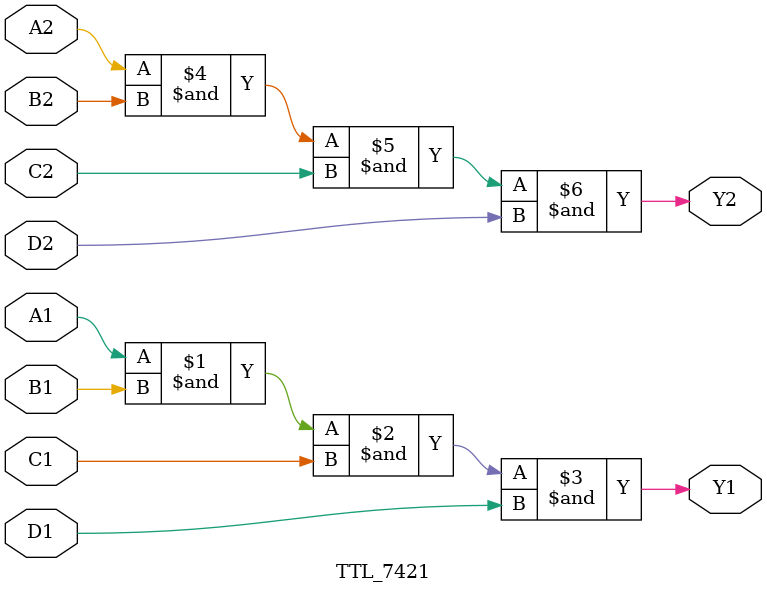
<source format=v>

`timescale 1ns/10ps

module TTL_7421 (
   input  A1, B1, C1, D1,    // Unit A
   output Y1,
   input  A2, B2, C2, D2,    // Unit B
   output Y2
   );

   assign #(0:8:15, 0:10:20) Y1 = A1 & B1 & C1 & D1;
   assign #(0:8:15, 0:10:20) Y2 = A2 & B2 & C2 & D2;
endmodule


</source>
